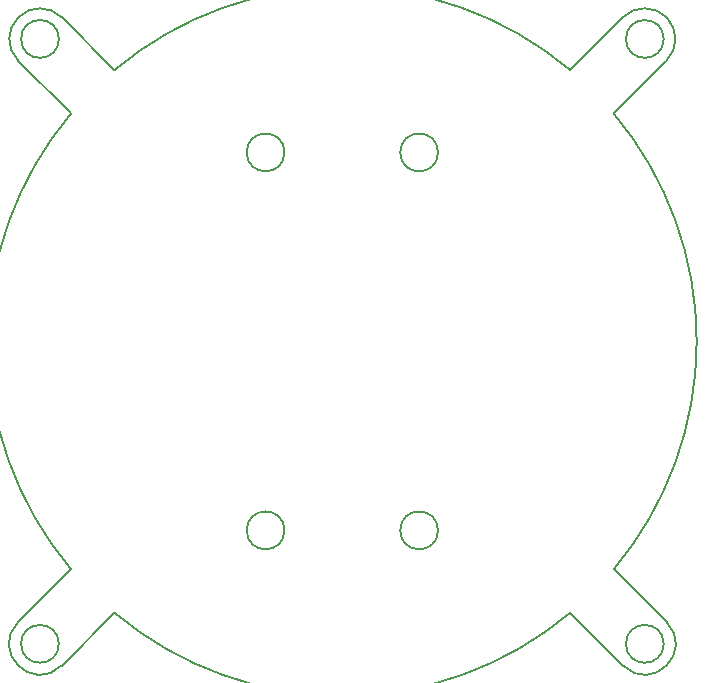
<source format=gm1>
G04 #@! TF.GenerationSoftware,KiCad,Pcbnew,8.0.8-8.0.8-0~ubuntu24.04.1*
G04 #@! TF.CreationDate,2025-03-31T18:32:50+09:00*
G04 #@! TF.ProjectId,multicopter,6d756c74-6963-46f7-9074-65722e6b6963,rev?*
G04 #@! TF.SameCoordinates,Original*
G04 #@! TF.FileFunction,Profile,NP*
%FSLAX46Y46*%
G04 Gerber Fmt 4.6, Leading zero omitted, Abs format (unit mm)*
G04 Created by KiCad (PCBNEW 8.0.8-8.0.8-0~ubuntu24.04.1) date 2025-03-31 18:32:50*
%MOMM*%
%LPD*%
G01*
G04 APERTURE LIST*
G04 #@! TA.AperFunction,Profile*
%ADD10C,0.200000*%
G04 #@! TD*
G04 APERTURE END LIST*
D10*
X127410000Y-117850000D02*
G75*
G02*
X124210000Y-117850000I-1600000J0D01*
G01*
X124210000Y-117850000D02*
G75*
G02*
X127410000Y-117850000I1600000J0D01*
G01*
X72758320Y-68475275D02*
G75*
G02*
X76435272Y-64798321I1838475J1838478D01*
G01*
X127648477Y-116011521D02*
X123175259Y-111538304D01*
X72758363Y-116011562D02*
X72758321Y-116011520D01*
X123175268Y-72948484D02*
G75*
G02*
X130203385Y-92243398I-22971968J-19294916D01*
G01*
X76435274Y-64798319D02*
X80908490Y-69271535D01*
X77231536Y-111538306D02*
G75*
G02*
X77231537Y-72948492I22971854J19294906D01*
G01*
X80908490Y-69271535D02*
G75*
G02*
X119498307Y-69271535I19294909J-22971862D01*
G01*
X95303398Y-108243398D02*
G75*
G02*
X92103398Y-108243398I-1600000J0D01*
G01*
X92103398Y-108243398D02*
G75*
G02*
X95303398Y-108243398I1600000J0D01*
G01*
X76196797Y-117850000D02*
G75*
G02*
X72996797Y-117850000I-1600000J0D01*
G01*
X72996797Y-117850000D02*
G75*
G02*
X76196797Y-117850000I1600000J0D01*
G01*
X76435273Y-64798320D02*
X76435274Y-64798319D01*
X123971520Y-64798321D02*
X119498307Y-69271535D01*
X95303398Y-76243398D02*
G75*
G02*
X92103398Y-76243398I-1600000J0D01*
G01*
X92103398Y-76243398D02*
G75*
G02*
X95303398Y-76243398I1600000J0D01*
G01*
X76435276Y-119688476D02*
X80908492Y-115215260D01*
X108303398Y-76243398D02*
G75*
G02*
X105103398Y-76243398I-1600000J0D01*
G01*
X105103398Y-76243398D02*
G75*
G02*
X108303398Y-76243398I1600000J0D01*
G01*
X127410000Y-66636797D02*
G75*
G02*
X124210000Y-66636797I-1600000J0D01*
G01*
X124210000Y-66636797D02*
G75*
G02*
X127410000Y-66636797I1600000J0D01*
G01*
X127635986Y-68487766D02*
X123175268Y-72948484D01*
X108303398Y-108243398D02*
G75*
G02*
X105103398Y-108243398I-1600000J0D01*
G01*
X105103398Y-108243398D02*
G75*
G02*
X108303398Y-108243398I1600000J0D01*
G01*
X72758320Y-68475275D02*
X77231537Y-72948492D01*
X76435276Y-119688476D02*
G75*
G02*
X72758314Y-116011514I-1838457J1838505D01*
G01*
X123971520Y-64798321D02*
G75*
G02*
X127635947Y-68487727I1838480J-1838479D01*
G01*
X127648477Y-116011521D02*
G75*
G02*
X123971521Y-119688477I-1838478J-1838478D01*
G01*
X123971521Y-119688477D02*
X119498306Y-115215260D01*
X72758321Y-116011520D02*
X77231536Y-111538306D01*
X130203398Y-92243398D02*
G75*
G02*
X123175262Y-111538307I-29999998J-2D01*
G01*
X76196797Y-66636797D02*
G75*
G02*
X72996797Y-66636797I-1600000J0D01*
G01*
X72996797Y-66636797D02*
G75*
G02*
X76196797Y-66636797I1600000J0D01*
G01*
X119498306Y-115215260D02*
G75*
G02*
X80908492Y-115215260I-19294907J22971853D01*
G01*
M02*

</source>
